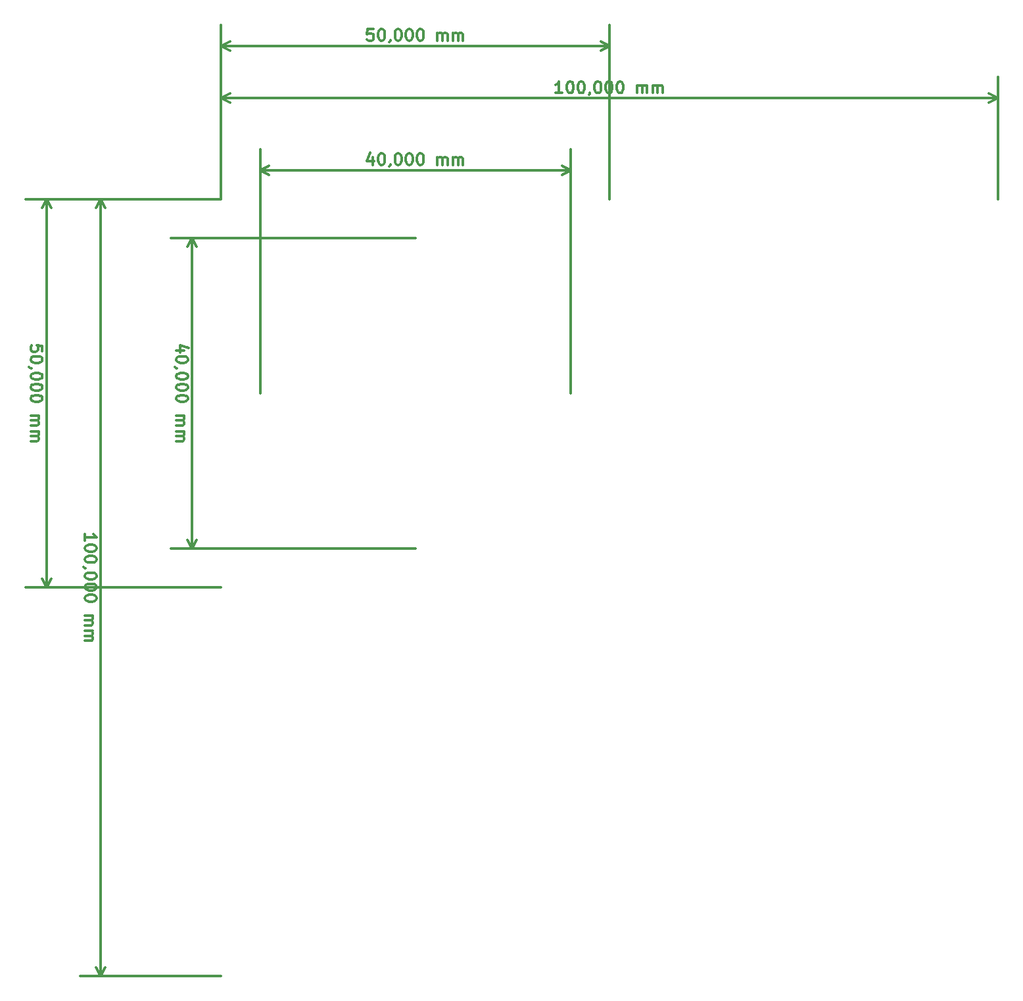
<source format=gbr>
G04 #@! TF.FileFunction,Other,Comment*
%FSLAX46Y46*%
G04 Gerber Fmt 4.6, Leading zero omitted, Abs format (unit mm)*
G04 Created by KiCad (PCBNEW 4.0.7) date Sunday 01 April 2018 'à' 11:57:02*
%MOMM*%
%LPD*%
G01*
G04 APERTURE LIST*
%ADD10C,0.100000*%
%ADD11C,0.300000*%
G04 APERTURE END LIST*
D10*
D11*
X96971429Y-79571430D02*
X96971429Y-78857144D01*
X96257143Y-78785715D01*
X96328571Y-78857144D01*
X96400000Y-79000001D01*
X96400000Y-79357144D01*
X96328571Y-79500001D01*
X96257143Y-79571430D01*
X96114286Y-79642858D01*
X95757143Y-79642858D01*
X95614286Y-79571430D01*
X95542857Y-79500001D01*
X95471429Y-79357144D01*
X95471429Y-79000001D01*
X95542857Y-78857144D01*
X95614286Y-78785715D01*
X96971429Y-80571429D02*
X96971429Y-80714286D01*
X96900000Y-80857143D01*
X96828571Y-80928572D01*
X96685714Y-81000001D01*
X96400000Y-81071429D01*
X96042857Y-81071429D01*
X95757143Y-81000001D01*
X95614286Y-80928572D01*
X95542857Y-80857143D01*
X95471429Y-80714286D01*
X95471429Y-80571429D01*
X95542857Y-80428572D01*
X95614286Y-80357143D01*
X95757143Y-80285715D01*
X96042857Y-80214286D01*
X96400000Y-80214286D01*
X96685714Y-80285715D01*
X96828571Y-80357143D01*
X96900000Y-80428572D01*
X96971429Y-80571429D01*
X95542857Y-81785714D02*
X95471429Y-81785714D01*
X95328571Y-81714286D01*
X95257143Y-81642857D01*
X96971429Y-82714286D02*
X96971429Y-82857143D01*
X96900000Y-83000000D01*
X96828571Y-83071429D01*
X96685714Y-83142858D01*
X96400000Y-83214286D01*
X96042857Y-83214286D01*
X95757143Y-83142858D01*
X95614286Y-83071429D01*
X95542857Y-83000000D01*
X95471429Y-82857143D01*
X95471429Y-82714286D01*
X95542857Y-82571429D01*
X95614286Y-82500000D01*
X95757143Y-82428572D01*
X96042857Y-82357143D01*
X96400000Y-82357143D01*
X96685714Y-82428572D01*
X96828571Y-82500000D01*
X96900000Y-82571429D01*
X96971429Y-82714286D01*
X96971429Y-84142857D02*
X96971429Y-84285714D01*
X96900000Y-84428571D01*
X96828571Y-84500000D01*
X96685714Y-84571429D01*
X96400000Y-84642857D01*
X96042857Y-84642857D01*
X95757143Y-84571429D01*
X95614286Y-84500000D01*
X95542857Y-84428571D01*
X95471429Y-84285714D01*
X95471429Y-84142857D01*
X95542857Y-84000000D01*
X95614286Y-83928571D01*
X95757143Y-83857143D01*
X96042857Y-83785714D01*
X96400000Y-83785714D01*
X96685714Y-83857143D01*
X96828571Y-83928571D01*
X96900000Y-84000000D01*
X96971429Y-84142857D01*
X96971429Y-85571428D02*
X96971429Y-85714285D01*
X96900000Y-85857142D01*
X96828571Y-85928571D01*
X96685714Y-86000000D01*
X96400000Y-86071428D01*
X96042857Y-86071428D01*
X95757143Y-86000000D01*
X95614286Y-85928571D01*
X95542857Y-85857142D01*
X95471429Y-85714285D01*
X95471429Y-85571428D01*
X95542857Y-85428571D01*
X95614286Y-85357142D01*
X95757143Y-85285714D01*
X96042857Y-85214285D01*
X96400000Y-85214285D01*
X96685714Y-85285714D01*
X96828571Y-85357142D01*
X96900000Y-85428571D01*
X96971429Y-85571428D01*
X95471429Y-87857142D02*
X96471429Y-87857142D01*
X96328571Y-87857142D02*
X96400000Y-87928570D01*
X96471429Y-88071428D01*
X96471429Y-88285713D01*
X96400000Y-88428570D01*
X96257143Y-88499999D01*
X95471429Y-88499999D01*
X96257143Y-88499999D02*
X96400000Y-88571428D01*
X96471429Y-88714285D01*
X96471429Y-88928570D01*
X96400000Y-89071428D01*
X96257143Y-89142856D01*
X95471429Y-89142856D01*
X95471429Y-89857142D02*
X96471429Y-89857142D01*
X96328571Y-89857142D02*
X96400000Y-89928570D01*
X96471429Y-90071428D01*
X96471429Y-90285713D01*
X96400000Y-90428570D01*
X96257143Y-90499999D01*
X95471429Y-90499999D01*
X96257143Y-90499999D02*
X96400000Y-90571428D01*
X96471429Y-90714285D01*
X96471429Y-90928570D01*
X96400000Y-91071428D01*
X96257143Y-91142856D01*
X95471429Y-91142856D01*
X97500000Y-60000000D02*
X97500000Y-110000000D01*
X120000000Y-60000000D02*
X94800000Y-60000000D01*
X120000000Y-110000000D02*
X94800000Y-110000000D01*
X97500000Y-110000000D02*
X96913579Y-108873496D01*
X97500000Y-110000000D02*
X98086421Y-108873496D01*
X97500000Y-60000000D02*
X96913579Y-61126504D01*
X97500000Y-60000000D02*
X98086421Y-61126504D01*
X139571430Y-38078571D02*
X138857144Y-38078571D01*
X138785715Y-38792857D01*
X138857144Y-38721429D01*
X139000001Y-38650000D01*
X139357144Y-38650000D01*
X139500001Y-38721429D01*
X139571430Y-38792857D01*
X139642858Y-38935714D01*
X139642858Y-39292857D01*
X139571430Y-39435714D01*
X139500001Y-39507143D01*
X139357144Y-39578571D01*
X139000001Y-39578571D01*
X138857144Y-39507143D01*
X138785715Y-39435714D01*
X140571429Y-38078571D02*
X140714286Y-38078571D01*
X140857143Y-38150000D01*
X140928572Y-38221429D01*
X141000001Y-38364286D01*
X141071429Y-38650000D01*
X141071429Y-39007143D01*
X141000001Y-39292857D01*
X140928572Y-39435714D01*
X140857143Y-39507143D01*
X140714286Y-39578571D01*
X140571429Y-39578571D01*
X140428572Y-39507143D01*
X140357143Y-39435714D01*
X140285715Y-39292857D01*
X140214286Y-39007143D01*
X140214286Y-38650000D01*
X140285715Y-38364286D01*
X140357143Y-38221429D01*
X140428572Y-38150000D01*
X140571429Y-38078571D01*
X141785714Y-39507143D02*
X141785714Y-39578571D01*
X141714286Y-39721429D01*
X141642857Y-39792857D01*
X142714286Y-38078571D02*
X142857143Y-38078571D01*
X143000000Y-38150000D01*
X143071429Y-38221429D01*
X143142858Y-38364286D01*
X143214286Y-38650000D01*
X143214286Y-39007143D01*
X143142858Y-39292857D01*
X143071429Y-39435714D01*
X143000000Y-39507143D01*
X142857143Y-39578571D01*
X142714286Y-39578571D01*
X142571429Y-39507143D01*
X142500000Y-39435714D01*
X142428572Y-39292857D01*
X142357143Y-39007143D01*
X142357143Y-38650000D01*
X142428572Y-38364286D01*
X142500000Y-38221429D01*
X142571429Y-38150000D01*
X142714286Y-38078571D01*
X144142857Y-38078571D02*
X144285714Y-38078571D01*
X144428571Y-38150000D01*
X144500000Y-38221429D01*
X144571429Y-38364286D01*
X144642857Y-38650000D01*
X144642857Y-39007143D01*
X144571429Y-39292857D01*
X144500000Y-39435714D01*
X144428571Y-39507143D01*
X144285714Y-39578571D01*
X144142857Y-39578571D01*
X144000000Y-39507143D01*
X143928571Y-39435714D01*
X143857143Y-39292857D01*
X143785714Y-39007143D01*
X143785714Y-38650000D01*
X143857143Y-38364286D01*
X143928571Y-38221429D01*
X144000000Y-38150000D01*
X144142857Y-38078571D01*
X145571428Y-38078571D02*
X145714285Y-38078571D01*
X145857142Y-38150000D01*
X145928571Y-38221429D01*
X146000000Y-38364286D01*
X146071428Y-38650000D01*
X146071428Y-39007143D01*
X146000000Y-39292857D01*
X145928571Y-39435714D01*
X145857142Y-39507143D01*
X145714285Y-39578571D01*
X145571428Y-39578571D01*
X145428571Y-39507143D01*
X145357142Y-39435714D01*
X145285714Y-39292857D01*
X145214285Y-39007143D01*
X145214285Y-38650000D01*
X145285714Y-38364286D01*
X145357142Y-38221429D01*
X145428571Y-38150000D01*
X145571428Y-38078571D01*
X147857142Y-39578571D02*
X147857142Y-38578571D01*
X147857142Y-38721429D02*
X147928570Y-38650000D01*
X148071428Y-38578571D01*
X148285713Y-38578571D01*
X148428570Y-38650000D01*
X148499999Y-38792857D01*
X148499999Y-39578571D01*
X148499999Y-38792857D02*
X148571428Y-38650000D01*
X148714285Y-38578571D01*
X148928570Y-38578571D01*
X149071428Y-38650000D01*
X149142856Y-38792857D01*
X149142856Y-39578571D01*
X149857142Y-39578571D02*
X149857142Y-38578571D01*
X149857142Y-38721429D02*
X149928570Y-38650000D01*
X150071428Y-38578571D01*
X150285713Y-38578571D01*
X150428570Y-38650000D01*
X150499999Y-38792857D01*
X150499999Y-39578571D01*
X150499999Y-38792857D02*
X150571428Y-38650000D01*
X150714285Y-38578571D01*
X150928570Y-38578571D01*
X151071428Y-38650000D01*
X151142856Y-38792857D01*
X151142856Y-39578571D01*
X120000000Y-40250000D02*
X170000000Y-40250000D01*
X120000000Y-60000000D02*
X120000000Y-37550000D01*
X170000000Y-60000000D02*
X170000000Y-37550000D01*
X170000000Y-40250000D02*
X168873496Y-40836421D01*
X170000000Y-40250000D02*
X168873496Y-39663579D01*
X120000000Y-40250000D02*
X121126504Y-40836421D01*
X120000000Y-40250000D02*
X121126504Y-39663579D01*
X163928573Y-46328571D02*
X163071430Y-46328571D01*
X163500002Y-46328571D02*
X163500002Y-44828571D01*
X163357145Y-45042857D01*
X163214287Y-45185714D01*
X163071430Y-45257143D01*
X164857144Y-44828571D02*
X165000001Y-44828571D01*
X165142858Y-44900000D01*
X165214287Y-44971429D01*
X165285716Y-45114286D01*
X165357144Y-45400000D01*
X165357144Y-45757143D01*
X165285716Y-46042857D01*
X165214287Y-46185714D01*
X165142858Y-46257143D01*
X165000001Y-46328571D01*
X164857144Y-46328571D01*
X164714287Y-46257143D01*
X164642858Y-46185714D01*
X164571430Y-46042857D01*
X164500001Y-45757143D01*
X164500001Y-45400000D01*
X164571430Y-45114286D01*
X164642858Y-44971429D01*
X164714287Y-44900000D01*
X164857144Y-44828571D01*
X166285715Y-44828571D02*
X166428572Y-44828571D01*
X166571429Y-44900000D01*
X166642858Y-44971429D01*
X166714287Y-45114286D01*
X166785715Y-45400000D01*
X166785715Y-45757143D01*
X166714287Y-46042857D01*
X166642858Y-46185714D01*
X166571429Y-46257143D01*
X166428572Y-46328571D01*
X166285715Y-46328571D01*
X166142858Y-46257143D01*
X166071429Y-46185714D01*
X166000001Y-46042857D01*
X165928572Y-45757143D01*
X165928572Y-45400000D01*
X166000001Y-45114286D01*
X166071429Y-44971429D01*
X166142858Y-44900000D01*
X166285715Y-44828571D01*
X167500000Y-46257143D02*
X167500000Y-46328571D01*
X167428572Y-46471429D01*
X167357143Y-46542857D01*
X168428572Y-44828571D02*
X168571429Y-44828571D01*
X168714286Y-44900000D01*
X168785715Y-44971429D01*
X168857144Y-45114286D01*
X168928572Y-45400000D01*
X168928572Y-45757143D01*
X168857144Y-46042857D01*
X168785715Y-46185714D01*
X168714286Y-46257143D01*
X168571429Y-46328571D01*
X168428572Y-46328571D01*
X168285715Y-46257143D01*
X168214286Y-46185714D01*
X168142858Y-46042857D01*
X168071429Y-45757143D01*
X168071429Y-45400000D01*
X168142858Y-45114286D01*
X168214286Y-44971429D01*
X168285715Y-44900000D01*
X168428572Y-44828571D01*
X169857143Y-44828571D02*
X170000000Y-44828571D01*
X170142857Y-44900000D01*
X170214286Y-44971429D01*
X170285715Y-45114286D01*
X170357143Y-45400000D01*
X170357143Y-45757143D01*
X170285715Y-46042857D01*
X170214286Y-46185714D01*
X170142857Y-46257143D01*
X170000000Y-46328571D01*
X169857143Y-46328571D01*
X169714286Y-46257143D01*
X169642857Y-46185714D01*
X169571429Y-46042857D01*
X169500000Y-45757143D01*
X169500000Y-45400000D01*
X169571429Y-45114286D01*
X169642857Y-44971429D01*
X169714286Y-44900000D01*
X169857143Y-44828571D01*
X171285714Y-44828571D02*
X171428571Y-44828571D01*
X171571428Y-44900000D01*
X171642857Y-44971429D01*
X171714286Y-45114286D01*
X171785714Y-45400000D01*
X171785714Y-45757143D01*
X171714286Y-46042857D01*
X171642857Y-46185714D01*
X171571428Y-46257143D01*
X171428571Y-46328571D01*
X171285714Y-46328571D01*
X171142857Y-46257143D01*
X171071428Y-46185714D01*
X171000000Y-46042857D01*
X170928571Y-45757143D01*
X170928571Y-45400000D01*
X171000000Y-45114286D01*
X171071428Y-44971429D01*
X171142857Y-44900000D01*
X171285714Y-44828571D01*
X173571428Y-46328571D02*
X173571428Y-45328571D01*
X173571428Y-45471429D02*
X173642856Y-45400000D01*
X173785714Y-45328571D01*
X173999999Y-45328571D01*
X174142856Y-45400000D01*
X174214285Y-45542857D01*
X174214285Y-46328571D01*
X174214285Y-45542857D02*
X174285714Y-45400000D01*
X174428571Y-45328571D01*
X174642856Y-45328571D01*
X174785714Y-45400000D01*
X174857142Y-45542857D01*
X174857142Y-46328571D01*
X175571428Y-46328571D02*
X175571428Y-45328571D01*
X175571428Y-45471429D02*
X175642856Y-45400000D01*
X175785714Y-45328571D01*
X175999999Y-45328571D01*
X176142856Y-45400000D01*
X176214285Y-45542857D01*
X176214285Y-46328571D01*
X176214285Y-45542857D02*
X176285714Y-45400000D01*
X176428571Y-45328571D01*
X176642856Y-45328571D01*
X176785714Y-45400000D01*
X176857142Y-45542857D01*
X176857142Y-46328571D01*
X120000000Y-47000000D02*
X220000000Y-47000000D01*
X120000000Y-60000000D02*
X120000000Y-44300000D01*
X220000000Y-60000000D02*
X220000000Y-44300000D01*
X220000000Y-47000000D02*
X218873496Y-47586421D01*
X220000000Y-47000000D02*
X218873496Y-46413579D01*
X120000000Y-47000000D02*
X121126504Y-47586421D01*
X120000000Y-47000000D02*
X121126504Y-46413579D01*
X115221429Y-79500001D02*
X114221429Y-79500001D01*
X115792857Y-79142858D02*
X114721429Y-78785715D01*
X114721429Y-79714287D01*
X115721429Y-80571429D02*
X115721429Y-80714286D01*
X115650000Y-80857143D01*
X115578571Y-80928572D01*
X115435714Y-81000001D01*
X115150000Y-81071429D01*
X114792857Y-81071429D01*
X114507143Y-81000001D01*
X114364286Y-80928572D01*
X114292857Y-80857143D01*
X114221429Y-80714286D01*
X114221429Y-80571429D01*
X114292857Y-80428572D01*
X114364286Y-80357143D01*
X114507143Y-80285715D01*
X114792857Y-80214286D01*
X115150000Y-80214286D01*
X115435714Y-80285715D01*
X115578571Y-80357143D01*
X115650000Y-80428572D01*
X115721429Y-80571429D01*
X114292857Y-81785714D02*
X114221429Y-81785714D01*
X114078571Y-81714286D01*
X114007143Y-81642857D01*
X115721429Y-82714286D02*
X115721429Y-82857143D01*
X115650000Y-83000000D01*
X115578571Y-83071429D01*
X115435714Y-83142858D01*
X115150000Y-83214286D01*
X114792857Y-83214286D01*
X114507143Y-83142858D01*
X114364286Y-83071429D01*
X114292857Y-83000000D01*
X114221429Y-82857143D01*
X114221429Y-82714286D01*
X114292857Y-82571429D01*
X114364286Y-82500000D01*
X114507143Y-82428572D01*
X114792857Y-82357143D01*
X115150000Y-82357143D01*
X115435714Y-82428572D01*
X115578571Y-82500000D01*
X115650000Y-82571429D01*
X115721429Y-82714286D01*
X115721429Y-84142857D02*
X115721429Y-84285714D01*
X115650000Y-84428571D01*
X115578571Y-84500000D01*
X115435714Y-84571429D01*
X115150000Y-84642857D01*
X114792857Y-84642857D01*
X114507143Y-84571429D01*
X114364286Y-84500000D01*
X114292857Y-84428571D01*
X114221429Y-84285714D01*
X114221429Y-84142857D01*
X114292857Y-84000000D01*
X114364286Y-83928571D01*
X114507143Y-83857143D01*
X114792857Y-83785714D01*
X115150000Y-83785714D01*
X115435714Y-83857143D01*
X115578571Y-83928571D01*
X115650000Y-84000000D01*
X115721429Y-84142857D01*
X115721429Y-85571428D02*
X115721429Y-85714285D01*
X115650000Y-85857142D01*
X115578571Y-85928571D01*
X115435714Y-86000000D01*
X115150000Y-86071428D01*
X114792857Y-86071428D01*
X114507143Y-86000000D01*
X114364286Y-85928571D01*
X114292857Y-85857142D01*
X114221429Y-85714285D01*
X114221429Y-85571428D01*
X114292857Y-85428571D01*
X114364286Y-85357142D01*
X114507143Y-85285714D01*
X114792857Y-85214285D01*
X115150000Y-85214285D01*
X115435714Y-85285714D01*
X115578571Y-85357142D01*
X115650000Y-85428571D01*
X115721429Y-85571428D01*
X114221429Y-87857142D02*
X115221429Y-87857142D01*
X115078571Y-87857142D02*
X115150000Y-87928570D01*
X115221429Y-88071428D01*
X115221429Y-88285713D01*
X115150000Y-88428570D01*
X115007143Y-88499999D01*
X114221429Y-88499999D01*
X115007143Y-88499999D02*
X115150000Y-88571428D01*
X115221429Y-88714285D01*
X115221429Y-88928570D01*
X115150000Y-89071428D01*
X115007143Y-89142856D01*
X114221429Y-89142856D01*
X114221429Y-89857142D02*
X115221429Y-89857142D01*
X115078571Y-89857142D02*
X115150000Y-89928570D01*
X115221429Y-90071428D01*
X115221429Y-90285713D01*
X115150000Y-90428570D01*
X115007143Y-90499999D01*
X114221429Y-90499999D01*
X115007143Y-90499999D02*
X115150000Y-90571428D01*
X115221429Y-90714285D01*
X115221429Y-90928570D01*
X115150000Y-91071428D01*
X115007143Y-91142856D01*
X114221429Y-91142856D01*
X116250000Y-65000000D02*
X116250000Y-105000000D01*
X145000000Y-65000000D02*
X113550000Y-65000000D01*
X145000000Y-105000000D02*
X113550000Y-105000000D01*
X116250000Y-105000000D02*
X115663579Y-103873496D01*
X116250000Y-105000000D02*
X116836421Y-103873496D01*
X116250000Y-65000000D02*
X115663579Y-66126504D01*
X116250000Y-65000000D02*
X116836421Y-66126504D01*
X139500001Y-54578571D02*
X139500001Y-55578571D01*
X139142858Y-54007143D02*
X138785715Y-55078571D01*
X139714287Y-55078571D01*
X140571429Y-54078571D02*
X140714286Y-54078571D01*
X140857143Y-54150000D01*
X140928572Y-54221429D01*
X141000001Y-54364286D01*
X141071429Y-54650000D01*
X141071429Y-55007143D01*
X141000001Y-55292857D01*
X140928572Y-55435714D01*
X140857143Y-55507143D01*
X140714286Y-55578571D01*
X140571429Y-55578571D01*
X140428572Y-55507143D01*
X140357143Y-55435714D01*
X140285715Y-55292857D01*
X140214286Y-55007143D01*
X140214286Y-54650000D01*
X140285715Y-54364286D01*
X140357143Y-54221429D01*
X140428572Y-54150000D01*
X140571429Y-54078571D01*
X141785714Y-55507143D02*
X141785714Y-55578571D01*
X141714286Y-55721429D01*
X141642857Y-55792857D01*
X142714286Y-54078571D02*
X142857143Y-54078571D01*
X143000000Y-54150000D01*
X143071429Y-54221429D01*
X143142858Y-54364286D01*
X143214286Y-54650000D01*
X143214286Y-55007143D01*
X143142858Y-55292857D01*
X143071429Y-55435714D01*
X143000000Y-55507143D01*
X142857143Y-55578571D01*
X142714286Y-55578571D01*
X142571429Y-55507143D01*
X142500000Y-55435714D01*
X142428572Y-55292857D01*
X142357143Y-55007143D01*
X142357143Y-54650000D01*
X142428572Y-54364286D01*
X142500000Y-54221429D01*
X142571429Y-54150000D01*
X142714286Y-54078571D01*
X144142857Y-54078571D02*
X144285714Y-54078571D01*
X144428571Y-54150000D01*
X144500000Y-54221429D01*
X144571429Y-54364286D01*
X144642857Y-54650000D01*
X144642857Y-55007143D01*
X144571429Y-55292857D01*
X144500000Y-55435714D01*
X144428571Y-55507143D01*
X144285714Y-55578571D01*
X144142857Y-55578571D01*
X144000000Y-55507143D01*
X143928571Y-55435714D01*
X143857143Y-55292857D01*
X143785714Y-55007143D01*
X143785714Y-54650000D01*
X143857143Y-54364286D01*
X143928571Y-54221429D01*
X144000000Y-54150000D01*
X144142857Y-54078571D01*
X145571428Y-54078571D02*
X145714285Y-54078571D01*
X145857142Y-54150000D01*
X145928571Y-54221429D01*
X146000000Y-54364286D01*
X146071428Y-54650000D01*
X146071428Y-55007143D01*
X146000000Y-55292857D01*
X145928571Y-55435714D01*
X145857142Y-55507143D01*
X145714285Y-55578571D01*
X145571428Y-55578571D01*
X145428571Y-55507143D01*
X145357142Y-55435714D01*
X145285714Y-55292857D01*
X145214285Y-55007143D01*
X145214285Y-54650000D01*
X145285714Y-54364286D01*
X145357142Y-54221429D01*
X145428571Y-54150000D01*
X145571428Y-54078571D01*
X147857142Y-55578571D02*
X147857142Y-54578571D01*
X147857142Y-54721429D02*
X147928570Y-54650000D01*
X148071428Y-54578571D01*
X148285713Y-54578571D01*
X148428570Y-54650000D01*
X148499999Y-54792857D01*
X148499999Y-55578571D01*
X148499999Y-54792857D02*
X148571428Y-54650000D01*
X148714285Y-54578571D01*
X148928570Y-54578571D01*
X149071428Y-54650000D01*
X149142856Y-54792857D01*
X149142856Y-55578571D01*
X149857142Y-55578571D02*
X149857142Y-54578571D01*
X149857142Y-54721429D02*
X149928570Y-54650000D01*
X150071428Y-54578571D01*
X150285713Y-54578571D01*
X150428570Y-54650000D01*
X150499999Y-54792857D01*
X150499999Y-55578571D01*
X150499999Y-54792857D02*
X150571428Y-54650000D01*
X150714285Y-54578571D01*
X150928570Y-54578571D01*
X151071428Y-54650000D01*
X151142856Y-54792857D01*
X151142856Y-55578571D01*
X165000000Y-56250000D02*
X125000000Y-56250000D01*
X165000000Y-85000000D02*
X165000000Y-53550000D01*
X125000000Y-85000000D02*
X125000000Y-53550000D01*
X125000000Y-56250000D02*
X126126504Y-55663579D01*
X125000000Y-56250000D02*
X126126504Y-56836421D01*
X165000000Y-56250000D02*
X163873496Y-55663579D01*
X165000000Y-56250000D02*
X163873496Y-56836421D01*
X102471430Y-103928573D02*
X102471430Y-103071430D01*
X102471430Y-103500002D02*
X103971430Y-103500002D01*
X103757144Y-103357145D01*
X103614287Y-103214287D01*
X103542858Y-103071430D01*
X103971430Y-104857144D02*
X103971430Y-105000001D01*
X103900001Y-105142858D01*
X103828572Y-105214287D01*
X103685715Y-105285716D01*
X103400001Y-105357144D01*
X103042858Y-105357144D01*
X102757144Y-105285716D01*
X102614287Y-105214287D01*
X102542858Y-105142858D01*
X102471430Y-105000001D01*
X102471430Y-104857144D01*
X102542858Y-104714287D01*
X102614287Y-104642858D01*
X102757144Y-104571430D01*
X103042858Y-104500001D01*
X103400001Y-104500001D01*
X103685715Y-104571430D01*
X103828572Y-104642858D01*
X103900001Y-104714287D01*
X103971430Y-104857144D01*
X103971430Y-106285715D02*
X103971430Y-106428572D01*
X103900001Y-106571429D01*
X103828572Y-106642858D01*
X103685715Y-106714287D01*
X103400001Y-106785715D01*
X103042858Y-106785715D01*
X102757144Y-106714287D01*
X102614287Y-106642858D01*
X102542858Y-106571429D01*
X102471430Y-106428572D01*
X102471430Y-106285715D01*
X102542858Y-106142858D01*
X102614287Y-106071429D01*
X102757144Y-106000001D01*
X103042858Y-105928572D01*
X103400001Y-105928572D01*
X103685715Y-106000001D01*
X103828572Y-106071429D01*
X103900001Y-106142858D01*
X103971430Y-106285715D01*
X102542858Y-107500000D02*
X102471430Y-107500000D01*
X102328572Y-107428572D01*
X102257144Y-107357143D01*
X103971430Y-108428572D02*
X103971430Y-108571429D01*
X103900001Y-108714286D01*
X103828572Y-108785715D01*
X103685715Y-108857144D01*
X103400001Y-108928572D01*
X103042858Y-108928572D01*
X102757144Y-108857144D01*
X102614287Y-108785715D01*
X102542858Y-108714286D01*
X102471430Y-108571429D01*
X102471430Y-108428572D01*
X102542858Y-108285715D01*
X102614287Y-108214286D01*
X102757144Y-108142858D01*
X103042858Y-108071429D01*
X103400001Y-108071429D01*
X103685715Y-108142858D01*
X103828572Y-108214286D01*
X103900001Y-108285715D01*
X103971430Y-108428572D01*
X103971430Y-109857143D02*
X103971430Y-110000000D01*
X103900001Y-110142857D01*
X103828572Y-110214286D01*
X103685715Y-110285715D01*
X103400001Y-110357143D01*
X103042858Y-110357143D01*
X102757144Y-110285715D01*
X102614287Y-110214286D01*
X102542858Y-110142857D01*
X102471430Y-110000000D01*
X102471430Y-109857143D01*
X102542858Y-109714286D01*
X102614287Y-109642857D01*
X102757144Y-109571429D01*
X103042858Y-109500000D01*
X103400001Y-109500000D01*
X103685715Y-109571429D01*
X103828572Y-109642857D01*
X103900001Y-109714286D01*
X103971430Y-109857143D01*
X103971430Y-111285714D02*
X103971430Y-111428571D01*
X103900001Y-111571428D01*
X103828572Y-111642857D01*
X103685715Y-111714286D01*
X103400001Y-111785714D01*
X103042858Y-111785714D01*
X102757144Y-111714286D01*
X102614287Y-111642857D01*
X102542858Y-111571428D01*
X102471430Y-111428571D01*
X102471430Y-111285714D01*
X102542858Y-111142857D01*
X102614287Y-111071428D01*
X102757144Y-111000000D01*
X103042858Y-110928571D01*
X103400001Y-110928571D01*
X103685715Y-111000000D01*
X103828572Y-111071428D01*
X103900001Y-111142857D01*
X103971430Y-111285714D01*
X102471430Y-113571428D02*
X103471430Y-113571428D01*
X103328572Y-113571428D02*
X103400001Y-113642856D01*
X103471430Y-113785714D01*
X103471430Y-113999999D01*
X103400001Y-114142856D01*
X103257144Y-114214285D01*
X102471430Y-114214285D01*
X103257144Y-114214285D02*
X103400001Y-114285714D01*
X103471430Y-114428571D01*
X103471430Y-114642856D01*
X103400001Y-114785714D01*
X103257144Y-114857142D01*
X102471430Y-114857142D01*
X102471430Y-115571428D02*
X103471430Y-115571428D01*
X103328572Y-115571428D02*
X103400001Y-115642856D01*
X103471430Y-115785714D01*
X103471430Y-115999999D01*
X103400001Y-116142856D01*
X103257144Y-116214285D01*
X102471430Y-116214285D01*
X103257144Y-116214285D02*
X103400001Y-116285714D01*
X103471430Y-116428571D01*
X103471430Y-116642856D01*
X103400001Y-116785714D01*
X103257144Y-116857142D01*
X102471430Y-116857142D01*
X104500001Y-60000000D02*
X104500001Y-160000000D01*
X120000000Y-60000000D02*
X101800001Y-60000000D01*
X120000000Y-160000000D02*
X101800001Y-160000000D01*
X104500001Y-160000000D02*
X103913580Y-158873496D01*
X104500001Y-160000000D02*
X105086422Y-158873496D01*
X104500001Y-60000000D02*
X103913580Y-61126504D01*
X104500001Y-60000000D02*
X105086422Y-61126504D01*
M02*

</source>
